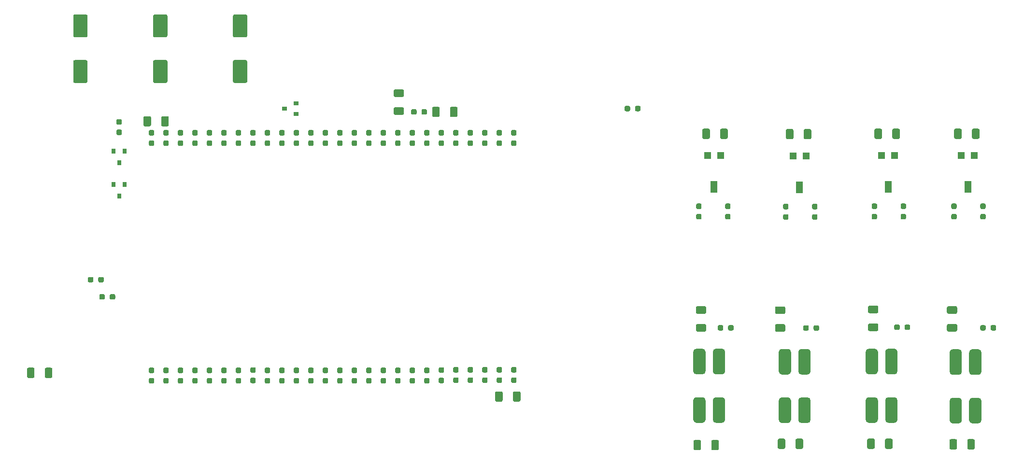
<source format=gtp>
G04 #@! TF.GenerationSoftware,KiCad,Pcbnew,(5.1.9)-1*
G04 #@! TF.CreationDate,2021-06-14T16:42:46+02:00*
G04 #@! TF.ProjectId,Test,54657374-2e6b-4696-9361-645f70636258,rev?*
G04 #@! TF.SameCoordinates,Original*
G04 #@! TF.FileFunction,Paste,Top*
G04 #@! TF.FilePolarity,Positive*
%FSLAX46Y46*%
G04 Gerber Fmt 4.6, Leading zero omitted, Abs format (unit mm)*
G04 Created by KiCad (PCBNEW (5.1.9)-1) date 2021-06-14 16:42:46*
%MOMM*%
%LPD*%
G01*
G04 APERTURE LIST*
%ADD10R,1.300000X1.300000*%
%ADD11R,1.300000X2.000000*%
%ADD12R,0.900000X0.800000*%
%ADD13R,0.800000X0.900000*%
G04 APERTURE END LIST*
G36*
G01*
X147939500Y-59576000D02*
X148414500Y-59576000D01*
G75*
G02*
X148652000Y-59813500I0J-237500D01*
G01*
X148652000Y-60313500D01*
G75*
G02*
X148414500Y-60551000I-237500J0D01*
G01*
X147939500Y-60551000D01*
G75*
G02*
X147702000Y-60313500I0J237500D01*
G01*
X147702000Y-59813500D01*
G75*
G02*
X147939500Y-59576000I237500J0D01*
G01*
G37*
G36*
G01*
X147939500Y-57751000D02*
X148414500Y-57751000D01*
G75*
G02*
X148652000Y-57988500I0J-237500D01*
G01*
X148652000Y-58488500D01*
G75*
G02*
X148414500Y-58726000I-237500J0D01*
G01*
X147939500Y-58726000D01*
G75*
G02*
X147702000Y-58488500I0J237500D01*
G01*
X147702000Y-57988500D01*
G75*
G02*
X147939500Y-57751000I237500J0D01*
G01*
G37*
G36*
G01*
X145399500Y-59576000D02*
X145874500Y-59576000D01*
G75*
G02*
X146112000Y-59813500I0J-237500D01*
G01*
X146112000Y-60313500D01*
G75*
G02*
X145874500Y-60551000I-237500J0D01*
G01*
X145399500Y-60551000D01*
G75*
G02*
X145162000Y-60313500I0J237500D01*
G01*
X145162000Y-59813500D01*
G75*
G02*
X145399500Y-59576000I237500J0D01*
G01*
G37*
G36*
G01*
X145399500Y-57751000D02*
X145874500Y-57751000D01*
G75*
G02*
X146112000Y-57988500I0J-237500D01*
G01*
X146112000Y-58488500D01*
G75*
G02*
X145874500Y-58726000I-237500J0D01*
G01*
X145399500Y-58726000D01*
G75*
G02*
X145162000Y-58488500I0J237500D01*
G01*
X145162000Y-57988500D01*
G75*
G02*
X145399500Y-57751000I237500J0D01*
G01*
G37*
G36*
G01*
X142859500Y-59576000D02*
X143334500Y-59576000D01*
G75*
G02*
X143572000Y-59813500I0J-237500D01*
G01*
X143572000Y-60313500D01*
G75*
G02*
X143334500Y-60551000I-237500J0D01*
G01*
X142859500Y-60551000D01*
G75*
G02*
X142622000Y-60313500I0J237500D01*
G01*
X142622000Y-59813500D01*
G75*
G02*
X142859500Y-59576000I237500J0D01*
G01*
G37*
G36*
G01*
X142859500Y-57751000D02*
X143334500Y-57751000D01*
G75*
G02*
X143572000Y-57988500I0J-237500D01*
G01*
X143572000Y-58488500D01*
G75*
G02*
X143334500Y-58726000I-237500J0D01*
G01*
X142859500Y-58726000D01*
G75*
G02*
X142622000Y-58488500I0J237500D01*
G01*
X142622000Y-57988500D01*
G75*
G02*
X142859500Y-57751000I237500J0D01*
G01*
G37*
G36*
G01*
X140319500Y-59576000D02*
X140794500Y-59576000D01*
G75*
G02*
X141032000Y-59813500I0J-237500D01*
G01*
X141032000Y-60313500D01*
G75*
G02*
X140794500Y-60551000I-237500J0D01*
G01*
X140319500Y-60551000D01*
G75*
G02*
X140082000Y-60313500I0J237500D01*
G01*
X140082000Y-59813500D01*
G75*
G02*
X140319500Y-59576000I237500J0D01*
G01*
G37*
G36*
G01*
X140319500Y-57751000D02*
X140794500Y-57751000D01*
G75*
G02*
X141032000Y-57988500I0J-237500D01*
G01*
X141032000Y-58488500D01*
G75*
G02*
X140794500Y-58726000I-237500J0D01*
G01*
X140319500Y-58726000D01*
G75*
G02*
X140082000Y-58488500I0J237500D01*
G01*
X140082000Y-57988500D01*
G75*
G02*
X140319500Y-57751000I237500J0D01*
G01*
G37*
G36*
G01*
X137779500Y-59576000D02*
X138254500Y-59576000D01*
G75*
G02*
X138492000Y-59813500I0J-237500D01*
G01*
X138492000Y-60313500D01*
G75*
G02*
X138254500Y-60551000I-237500J0D01*
G01*
X137779500Y-60551000D01*
G75*
G02*
X137542000Y-60313500I0J237500D01*
G01*
X137542000Y-59813500D01*
G75*
G02*
X137779500Y-59576000I237500J0D01*
G01*
G37*
G36*
G01*
X137779500Y-57751000D02*
X138254500Y-57751000D01*
G75*
G02*
X138492000Y-57988500I0J-237500D01*
G01*
X138492000Y-58488500D01*
G75*
G02*
X138254500Y-58726000I-237500J0D01*
G01*
X137779500Y-58726000D01*
G75*
G02*
X137542000Y-58488500I0J237500D01*
G01*
X137542000Y-57988500D01*
G75*
G02*
X137779500Y-57751000I237500J0D01*
G01*
G37*
G36*
G01*
X135239500Y-59576000D02*
X135714500Y-59576000D01*
G75*
G02*
X135952000Y-59813500I0J-237500D01*
G01*
X135952000Y-60313500D01*
G75*
G02*
X135714500Y-60551000I-237500J0D01*
G01*
X135239500Y-60551000D01*
G75*
G02*
X135002000Y-60313500I0J237500D01*
G01*
X135002000Y-59813500D01*
G75*
G02*
X135239500Y-59576000I237500J0D01*
G01*
G37*
G36*
G01*
X135239500Y-57751000D02*
X135714500Y-57751000D01*
G75*
G02*
X135952000Y-57988500I0J-237500D01*
G01*
X135952000Y-58488500D01*
G75*
G02*
X135714500Y-58726000I-237500J0D01*
G01*
X135239500Y-58726000D01*
G75*
G02*
X135002000Y-58488500I0J237500D01*
G01*
X135002000Y-57988500D01*
G75*
G02*
X135239500Y-57751000I237500J0D01*
G01*
G37*
G36*
G01*
X132699500Y-59576000D02*
X133174500Y-59576000D01*
G75*
G02*
X133412000Y-59813500I0J-237500D01*
G01*
X133412000Y-60313500D01*
G75*
G02*
X133174500Y-60551000I-237500J0D01*
G01*
X132699500Y-60551000D01*
G75*
G02*
X132462000Y-60313500I0J237500D01*
G01*
X132462000Y-59813500D01*
G75*
G02*
X132699500Y-59576000I237500J0D01*
G01*
G37*
G36*
G01*
X132699500Y-57751000D02*
X133174500Y-57751000D01*
G75*
G02*
X133412000Y-57988500I0J-237500D01*
G01*
X133412000Y-58488500D01*
G75*
G02*
X133174500Y-58726000I-237500J0D01*
G01*
X132699500Y-58726000D01*
G75*
G02*
X132462000Y-58488500I0J237500D01*
G01*
X132462000Y-57988500D01*
G75*
G02*
X132699500Y-57751000I237500J0D01*
G01*
G37*
G36*
G01*
X130159500Y-59576000D02*
X130634500Y-59576000D01*
G75*
G02*
X130872000Y-59813500I0J-237500D01*
G01*
X130872000Y-60313500D01*
G75*
G02*
X130634500Y-60551000I-237500J0D01*
G01*
X130159500Y-60551000D01*
G75*
G02*
X129922000Y-60313500I0J237500D01*
G01*
X129922000Y-59813500D01*
G75*
G02*
X130159500Y-59576000I237500J0D01*
G01*
G37*
G36*
G01*
X130159500Y-57751000D02*
X130634500Y-57751000D01*
G75*
G02*
X130872000Y-57988500I0J-237500D01*
G01*
X130872000Y-58488500D01*
G75*
G02*
X130634500Y-58726000I-237500J0D01*
G01*
X130159500Y-58726000D01*
G75*
G02*
X129922000Y-58488500I0J237500D01*
G01*
X129922000Y-57988500D01*
G75*
G02*
X130159500Y-57751000I237500J0D01*
G01*
G37*
G36*
G01*
X127619500Y-59576000D02*
X128094500Y-59576000D01*
G75*
G02*
X128332000Y-59813500I0J-237500D01*
G01*
X128332000Y-60313500D01*
G75*
G02*
X128094500Y-60551000I-237500J0D01*
G01*
X127619500Y-60551000D01*
G75*
G02*
X127382000Y-60313500I0J237500D01*
G01*
X127382000Y-59813500D01*
G75*
G02*
X127619500Y-59576000I237500J0D01*
G01*
G37*
G36*
G01*
X127619500Y-57751000D02*
X128094500Y-57751000D01*
G75*
G02*
X128332000Y-57988500I0J-237500D01*
G01*
X128332000Y-58488500D01*
G75*
G02*
X128094500Y-58726000I-237500J0D01*
G01*
X127619500Y-58726000D01*
G75*
G02*
X127382000Y-58488500I0J237500D01*
G01*
X127382000Y-57988500D01*
G75*
G02*
X127619500Y-57751000I237500J0D01*
G01*
G37*
G36*
G01*
X125079500Y-59576000D02*
X125554500Y-59576000D01*
G75*
G02*
X125792000Y-59813500I0J-237500D01*
G01*
X125792000Y-60313500D01*
G75*
G02*
X125554500Y-60551000I-237500J0D01*
G01*
X125079500Y-60551000D01*
G75*
G02*
X124842000Y-60313500I0J237500D01*
G01*
X124842000Y-59813500D01*
G75*
G02*
X125079500Y-59576000I237500J0D01*
G01*
G37*
G36*
G01*
X125079500Y-57751000D02*
X125554500Y-57751000D01*
G75*
G02*
X125792000Y-57988500I0J-237500D01*
G01*
X125792000Y-58488500D01*
G75*
G02*
X125554500Y-58726000I-237500J0D01*
G01*
X125079500Y-58726000D01*
G75*
G02*
X124842000Y-58488500I0J237500D01*
G01*
X124842000Y-57988500D01*
G75*
G02*
X125079500Y-57751000I237500J0D01*
G01*
G37*
G36*
G01*
X122539500Y-59576000D02*
X123014500Y-59576000D01*
G75*
G02*
X123252000Y-59813500I0J-237500D01*
G01*
X123252000Y-60313500D01*
G75*
G02*
X123014500Y-60551000I-237500J0D01*
G01*
X122539500Y-60551000D01*
G75*
G02*
X122302000Y-60313500I0J237500D01*
G01*
X122302000Y-59813500D01*
G75*
G02*
X122539500Y-59576000I237500J0D01*
G01*
G37*
G36*
G01*
X122539500Y-57751000D02*
X123014500Y-57751000D01*
G75*
G02*
X123252000Y-57988500I0J-237500D01*
G01*
X123252000Y-58488500D01*
G75*
G02*
X123014500Y-58726000I-237500J0D01*
G01*
X122539500Y-58726000D01*
G75*
G02*
X122302000Y-58488500I0J237500D01*
G01*
X122302000Y-57988500D01*
G75*
G02*
X122539500Y-57751000I237500J0D01*
G01*
G37*
G36*
G01*
X119999500Y-59576000D02*
X120474500Y-59576000D01*
G75*
G02*
X120712000Y-59813500I0J-237500D01*
G01*
X120712000Y-60313500D01*
G75*
G02*
X120474500Y-60551000I-237500J0D01*
G01*
X119999500Y-60551000D01*
G75*
G02*
X119762000Y-60313500I0J237500D01*
G01*
X119762000Y-59813500D01*
G75*
G02*
X119999500Y-59576000I237500J0D01*
G01*
G37*
G36*
G01*
X119999500Y-57751000D02*
X120474500Y-57751000D01*
G75*
G02*
X120712000Y-57988500I0J-237500D01*
G01*
X120712000Y-58488500D01*
G75*
G02*
X120474500Y-58726000I-237500J0D01*
G01*
X119999500Y-58726000D01*
G75*
G02*
X119762000Y-58488500I0J237500D01*
G01*
X119762000Y-57988500D01*
G75*
G02*
X119999500Y-57751000I237500J0D01*
G01*
G37*
G36*
G01*
X117459500Y-59576000D02*
X117934500Y-59576000D01*
G75*
G02*
X118172000Y-59813500I0J-237500D01*
G01*
X118172000Y-60313500D01*
G75*
G02*
X117934500Y-60551000I-237500J0D01*
G01*
X117459500Y-60551000D01*
G75*
G02*
X117222000Y-60313500I0J237500D01*
G01*
X117222000Y-59813500D01*
G75*
G02*
X117459500Y-59576000I237500J0D01*
G01*
G37*
G36*
G01*
X117459500Y-57751000D02*
X117934500Y-57751000D01*
G75*
G02*
X118172000Y-57988500I0J-237500D01*
G01*
X118172000Y-58488500D01*
G75*
G02*
X117934500Y-58726000I-237500J0D01*
G01*
X117459500Y-58726000D01*
G75*
G02*
X117222000Y-58488500I0J237500D01*
G01*
X117222000Y-57988500D01*
G75*
G02*
X117459500Y-57751000I237500J0D01*
G01*
G37*
G36*
G01*
X114919500Y-59576000D02*
X115394500Y-59576000D01*
G75*
G02*
X115632000Y-59813500I0J-237500D01*
G01*
X115632000Y-60313500D01*
G75*
G02*
X115394500Y-60551000I-237500J0D01*
G01*
X114919500Y-60551000D01*
G75*
G02*
X114682000Y-60313500I0J237500D01*
G01*
X114682000Y-59813500D01*
G75*
G02*
X114919500Y-59576000I237500J0D01*
G01*
G37*
G36*
G01*
X114919500Y-57751000D02*
X115394500Y-57751000D01*
G75*
G02*
X115632000Y-57988500I0J-237500D01*
G01*
X115632000Y-58488500D01*
G75*
G02*
X115394500Y-58726000I-237500J0D01*
G01*
X114919500Y-58726000D01*
G75*
G02*
X114682000Y-58488500I0J237500D01*
G01*
X114682000Y-57988500D01*
G75*
G02*
X114919500Y-57751000I237500J0D01*
G01*
G37*
G36*
G01*
X112379500Y-59576000D02*
X112854500Y-59576000D01*
G75*
G02*
X113092000Y-59813500I0J-237500D01*
G01*
X113092000Y-60313500D01*
G75*
G02*
X112854500Y-60551000I-237500J0D01*
G01*
X112379500Y-60551000D01*
G75*
G02*
X112142000Y-60313500I0J237500D01*
G01*
X112142000Y-59813500D01*
G75*
G02*
X112379500Y-59576000I237500J0D01*
G01*
G37*
G36*
G01*
X112379500Y-57751000D02*
X112854500Y-57751000D01*
G75*
G02*
X113092000Y-57988500I0J-237500D01*
G01*
X113092000Y-58488500D01*
G75*
G02*
X112854500Y-58726000I-237500J0D01*
G01*
X112379500Y-58726000D01*
G75*
G02*
X112142000Y-58488500I0J237500D01*
G01*
X112142000Y-57988500D01*
G75*
G02*
X112379500Y-57751000I237500J0D01*
G01*
G37*
G36*
G01*
X109839500Y-59576000D02*
X110314500Y-59576000D01*
G75*
G02*
X110552000Y-59813500I0J-237500D01*
G01*
X110552000Y-60313500D01*
G75*
G02*
X110314500Y-60551000I-237500J0D01*
G01*
X109839500Y-60551000D01*
G75*
G02*
X109602000Y-60313500I0J237500D01*
G01*
X109602000Y-59813500D01*
G75*
G02*
X109839500Y-59576000I237500J0D01*
G01*
G37*
G36*
G01*
X109839500Y-57751000D02*
X110314500Y-57751000D01*
G75*
G02*
X110552000Y-57988500I0J-237500D01*
G01*
X110552000Y-58488500D01*
G75*
G02*
X110314500Y-58726000I-237500J0D01*
G01*
X109839500Y-58726000D01*
G75*
G02*
X109602000Y-58488500I0J237500D01*
G01*
X109602000Y-57988500D01*
G75*
G02*
X109839500Y-57751000I237500J0D01*
G01*
G37*
G36*
G01*
X107299500Y-59576000D02*
X107774500Y-59576000D01*
G75*
G02*
X108012000Y-59813500I0J-237500D01*
G01*
X108012000Y-60313500D01*
G75*
G02*
X107774500Y-60551000I-237500J0D01*
G01*
X107299500Y-60551000D01*
G75*
G02*
X107062000Y-60313500I0J237500D01*
G01*
X107062000Y-59813500D01*
G75*
G02*
X107299500Y-59576000I237500J0D01*
G01*
G37*
G36*
G01*
X107299500Y-57751000D02*
X107774500Y-57751000D01*
G75*
G02*
X108012000Y-57988500I0J-237500D01*
G01*
X108012000Y-58488500D01*
G75*
G02*
X107774500Y-58726000I-237500J0D01*
G01*
X107299500Y-58726000D01*
G75*
G02*
X107062000Y-58488500I0J237500D01*
G01*
X107062000Y-57988500D01*
G75*
G02*
X107299500Y-57751000I237500J0D01*
G01*
G37*
G36*
G01*
X104759500Y-59576000D02*
X105234500Y-59576000D01*
G75*
G02*
X105472000Y-59813500I0J-237500D01*
G01*
X105472000Y-60313500D01*
G75*
G02*
X105234500Y-60551000I-237500J0D01*
G01*
X104759500Y-60551000D01*
G75*
G02*
X104522000Y-60313500I0J237500D01*
G01*
X104522000Y-59813500D01*
G75*
G02*
X104759500Y-59576000I237500J0D01*
G01*
G37*
G36*
G01*
X104759500Y-57751000D02*
X105234500Y-57751000D01*
G75*
G02*
X105472000Y-57988500I0J-237500D01*
G01*
X105472000Y-58488500D01*
G75*
G02*
X105234500Y-58726000I-237500J0D01*
G01*
X104759500Y-58726000D01*
G75*
G02*
X104522000Y-58488500I0J237500D01*
G01*
X104522000Y-57988500D01*
G75*
G02*
X104759500Y-57751000I237500J0D01*
G01*
G37*
G36*
G01*
X102219500Y-59576000D02*
X102694500Y-59576000D01*
G75*
G02*
X102932000Y-59813500I0J-237500D01*
G01*
X102932000Y-60313500D01*
G75*
G02*
X102694500Y-60551000I-237500J0D01*
G01*
X102219500Y-60551000D01*
G75*
G02*
X101982000Y-60313500I0J237500D01*
G01*
X101982000Y-59813500D01*
G75*
G02*
X102219500Y-59576000I237500J0D01*
G01*
G37*
G36*
G01*
X102219500Y-57751000D02*
X102694500Y-57751000D01*
G75*
G02*
X102932000Y-57988500I0J-237500D01*
G01*
X102932000Y-58488500D01*
G75*
G02*
X102694500Y-58726000I-237500J0D01*
G01*
X102219500Y-58726000D01*
G75*
G02*
X101982000Y-58488500I0J237500D01*
G01*
X101982000Y-57988500D01*
G75*
G02*
X102219500Y-57751000I237500J0D01*
G01*
G37*
G36*
G01*
X99679500Y-59576000D02*
X100154500Y-59576000D01*
G75*
G02*
X100392000Y-59813500I0J-237500D01*
G01*
X100392000Y-60313500D01*
G75*
G02*
X100154500Y-60551000I-237500J0D01*
G01*
X99679500Y-60551000D01*
G75*
G02*
X99442000Y-60313500I0J237500D01*
G01*
X99442000Y-59813500D01*
G75*
G02*
X99679500Y-59576000I237500J0D01*
G01*
G37*
G36*
G01*
X99679500Y-57751000D02*
X100154500Y-57751000D01*
G75*
G02*
X100392000Y-57988500I0J-237500D01*
G01*
X100392000Y-58488500D01*
G75*
G02*
X100154500Y-58726000I-237500J0D01*
G01*
X99679500Y-58726000D01*
G75*
G02*
X99442000Y-58488500I0J237500D01*
G01*
X99442000Y-57988500D01*
G75*
G02*
X99679500Y-57751000I237500J0D01*
G01*
G37*
G36*
G01*
X97139500Y-59576000D02*
X97614500Y-59576000D01*
G75*
G02*
X97852000Y-59813500I0J-237500D01*
G01*
X97852000Y-60313500D01*
G75*
G02*
X97614500Y-60551000I-237500J0D01*
G01*
X97139500Y-60551000D01*
G75*
G02*
X96902000Y-60313500I0J237500D01*
G01*
X96902000Y-59813500D01*
G75*
G02*
X97139500Y-59576000I237500J0D01*
G01*
G37*
G36*
G01*
X97139500Y-57751000D02*
X97614500Y-57751000D01*
G75*
G02*
X97852000Y-57988500I0J-237500D01*
G01*
X97852000Y-58488500D01*
G75*
G02*
X97614500Y-58726000I-237500J0D01*
G01*
X97139500Y-58726000D01*
G75*
G02*
X96902000Y-58488500I0J237500D01*
G01*
X96902000Y-57988500D01*
G75*
G02*
X97139500Y-57751000I237500J0D01*
G01*
G37*
G36*
G01*
X94599500Y-59576000D02*
X95074500Y-59576000D01*
G75*
G02*
X95312000Y-59813500I0J-237500D01*
G01*
X95312000Y-60313500D01*
G75*
G02*
X95074500Y-60551000I-237500J0D01*
G01*
X94599500Y-60551000D01*
G75*
G02*
X94362000Y-60313500I0J237500D01*
G01*
X94362000Y-59813500D01*
G75*
G02*
X94599500Y-59576000I237500J0D01*
G01*
G37*
G36*
G01*
X94599500Y-57751000D02*
X95074500Y-57751000D01*
G75*
G02*
X95312000Y-57988500I0J-237500D01*
G01*
X95312000Y-58488500D01*
G75*
G02*
X95074500Y-58726000I-237500J0D01*
G01*
X94599500Y-58726000D01*
G75*
G02*
X94362000Y-58488500I0J237500D01*
G01*
X94362000Y-57988500D01*
G75*
G02*
X94599500Y-57751000I237500J0D01*
G01*
G37*
G36*
G01*
X92059500Y-59576000D02*
X92534500Y-59576000D01*
G75*
G02*
X92772000Y-59813500I0J-237500D01*
G01*
X92772000Y-60313500D01*
G75*
G02*
X92534500Y-60551000I-237500J0D01*
G01*
X92059500Y-60551000D01*
G75*
G02*
X91822000Y-60313500I0J237500D01*
G01*
X91822000Y-59813500D01*
G75*
G02*
X92059500Y-59576000I237500J0D01*
G01*
G37*
G36*
G01*
X92059500Y-57751000D02*
X92534500Y-57751000D01*
G75*
G02*
X92772000Y-57988500I0J-237500D01*
G01*
X92772000Y-58488500D01*
G75*
G02*
X92534500Y-58726000I-237500J0D01*
G01*
X92059500Y-58726000D01*
G75*
G02*
X91822000Y-58488500I0J237500D01*
G01*
X91822000Y-57988500D01*
G75*
G02*
X92059500Y-57751000I237500J0D01*
G01*
G37*
G36*
G01*
X89519500Y-59576000D02*
X89994500Y-59576000D01*
G75*
G02*
X90232000Y-59813500I0J-237500D01*
G01*
X90232000Y-60313500D01*
G75*
G02*
X89994500Y-60551000I-237500J0D01*
G01*
X89519500Y-60551000D01*
G75*
G02*
X89282000Y-60313500I0J237500D01*
G01*
X89282000Y-59813500D01*
G75*
G02*
X89519500Y-59576000I237500J0D01*
G01*
G37*
G36*
G01*
X89519500Y-57751000D02*
X89994500Y-57751000D01*
G75*
G02*
X90232000Y-57988500I0J-237500D01*
G01*
X90232000Y-58488500D01*
G75*
G02*
X89994500Y-58726000I-237500J0D01*
G01*
X89519500Y-58726000D01*
G75*
G02*
X89282000Y-58488500I0J237500D01*
G01*
X89282000Y-57988500D01*
G75*
G02*
X89519500Y-57751000I237500J0D01*
G01*
G37*
G36*
G01*
X86979500Y-59576000D02*
X87454500Y-59576000D01*
G75*
G02*
X87692000Y-59813500I0J-237500D01*
G01*
X87692000Y-60313500D01*
G75*
G02*
X87454500Y-60551000I-237500J0D01*
G01*
X86979500Y-60551000D01*
G75*
G02*
X86742000Y-60313500I0J237500D01*
G01*
X86742000Y-59813500D01*
G75*
G02*
X86979500Y-59576000I237500J0D01*
G01*
G37*
G36*
G01*
X86979500Y-57751000D02*
X87454500Y-57751000D01*
G75*
G02*
X87692000Y-57988500I0J-237500D01*
G01*
X87692000Y-58488500D01*
G75*
G02*
X87454500Y-58726000I-237500J0D01*
G01*
X86979500Y-58726000D01*
G75*
G02*
X86742000Y-58488500I0J237500D01*
G01*
X86742000Y-57988500D01*
G75*
G02*
X86979500Y-57751000I237500J0D01*
G01*
G37*
G36*
G01*
X84439500Y-59576000D02*
X84914500Y-59576000D01*
G75*
G02*
X85152000Y-59813500I0J-237500D01*
G01*
X85152000Y-60313500D01*
G75*
G02*
X84914500Y-60551000I-237500J0D01*
G01*
X84439500Y-60551000D01*
G75*
G02*
X84202000Y-60313500I0J237500D01*
G01*
X84202000Y-59813500D01*
G75*
G02*
X84439500Y-59576000I237500J0D01*
G01*
G37*
G36*
G01*
X84439500Y-57751000D02*
X84914500Y-57751000D01*
G75*
G02*
X85152000Y-57988500I0J-237500D01*
G01*
X85152000Y-58488500D01*
G75*
G02*
X84914500Y-58726000I-237500J0D01*
G01*
X84439500Y-58726000D01*
G75*
G02*
X84202000Y-58488500I0J237500D01*
G01*
X84202000Y-57988500D01*
G75*
G02*
X84439500Y-57751000I237500J0D01*
G01*
G37*
G36*
G01*
X147939500Y-101131500D02*
X148414500Y-101131500D01*
G75*
G02*
X148652000Y-101369000I0J-237500D01*
G01*
X148652000Y-101869000D01*
G75*
G02*
X148414500Y-102106500I-237500J0D01*
G01*
X147939500Y-102106500D01*
G75*
G02*
X147702000Y-101869000I0J237500D01*
G01*
X147702000Y-101369000D01*
G75*
G02*
X147939500Y-101131500I237500J0D01*
G01*
G37*
G36*
G01*
X147939500Y-99306500D02*
X148414500Y-99306500D01*
G75*
G02*
X148652000Y-99544000I0J-237500D01*
G01*
X148652000Y-100044000D01*
G75*
G02*
X148414500Y-100281500I-237500J0D01*
G01*
X147939500Y-100281500D01*
G75*
G02*
X147702000Y-100044000I0J237500D01*
G01*
X147702000Y-99544000D01*
G75*
G02*
X147939500Y-99306500I237500J0D01*
G01*
G37*
G36*
G01*
X145399500Y-101131500D02*
X145874500Y-101131500D01*
G75*
G02*
X146112000Y-101369000I0J-237500D01*
G01*
X146112000Y-101869000D01*
G75*
G02*
X145874500Y-102106500I-237500J0D01*
G01*
X145399500Y-102106500D01*
G75*
G02*
X145162000Y-101869000I0J237500D01*
G01*
X145162000Y-101369000D01*
G75*
G02*
X145399500Y-101131500I237500J0D01*
G01*
G37*
G36*
G01*
X145399500Y-99306500D02*
X145874500Y-99306500D01*
G75*
G02*
X146112000Y-99544000I0J-237500D01*
G01*
X146112000Y-100044000D01*
G75*
G02*
X145874500Y-100281500I-237500J0D01*
G01*
X145399500Y-100281500D01*
G75*
G02*
X145162000Y-100044000I0J237500D01*
G01*
X145162000Y-99544000D01*
G75*
G02*
X145399500Y-99306500I237500J0D01*
G01*
G37*
G36*
G01*
X142859500Y-101131500D02*
X143334500Y-101131500D01*
G75*
G02*
X143572000Y-101369000I0J-237500D01*
G01*
X143572000Y-101869000D01*
G75*
G02*
X143334500Y-102106500I-237500J0D01*
G01*
X142859500Y-102106500D01*
G75*
G02*
X142622000Y-101869000I0J237500D01*
G01*
X142622000Y-101369000D01*
G75*
G02*
X142859500Y-101131500I237500J0D01*
G01*
G37*
G36*
G01*
X142859500Y-99306500D02*
X143334500Y-99306500D01*
G75*
G02*
X143572000Y-99544000I0J-237500D01*
G01*
X143572000Y-100044000D01*
G75*
G02*
X143334500Y-100281500I-237500J0D01*
G01*
X142859500Y-100281500D01*
G75*
G02*
X142622000Y-100044000I0J237500D01*
G01*
X142622000Y-99544000D01*
G75*
G02*
X142859500Y-99306500I237500J0D01*
G01*
G37*
G36*
G01*
X140319500Y-101131500D02*
X140794500Y-101131500D01*
G75*
G02*
X141032000Y-101369000I0J-237500D01*
G01*
X141032000Y-101869000D01*
G75*
G02*
X140794500Y-102106500I-237500J0D01*
G01*
X140319500Y-102106500D01*
G75*
G02*
X140082000Y-101869000I0J237500D01*
G01*
X140082000Y-101369000D01*
G75*
G02*
X140319500Y-101131500I237500J0D01*
G01*
G37*
G36*
G01*
X140319500Y-99306500D02*
X140794500Y-99306500D01*
G75*
G02*
X141032000Y-99544000I0J-237500D01*
G01*
X141032000Y-100044000D01*
G75*
G02*
X140794500Y-100281500I-237500J0D01*
G01*
X140319500Y-100281500D01*
G75*
G02*
X140082000Y-100044000I0J237500D01*
G01*
X140082000Y-99544000D01*
G75*
G02*
X140319500Y-99306500I237500J0D01*
G01*
G37*
G36*
G01*
X137779500Y-101131500D02*
X138254500Y-101131500D01*
G75*
G02*
X138492000Y-101369000I0J-237500D01*
G01*
X138492000Y-101869000D01*
G75*
G02*
X138254500Y-102106500I-237500J0D01*
G01*
X137779500Y-102106500D01*
G75*
G02*
X137542000Y-101869000I0J237500D01*
G01*
X137542000Y-101369000D01*
G75*
G02*
X137779500Y-101131500I237500J0D01*
G01*
G37*
G36*
G01*
X137779500Y-99306500D02*
X138254500Y-99306500D01*
G75*
G02*
X138492000Y-99544000I0J-237500D01*
G01*
X138492000Y-100044000D01*
G75*
G02*
X138254500Y-100281500I-237500J0D01*
G01*
X137779500Y-100281500D01*
G75*
G02*
X137542000Y-100044000I0J237500D01*
G01*
X137542000Y-99544000D01*
G75*
G02*
X137779500Y-99306500I237500J0D01*
G01*
G37*
G36*
G01*
X135239500Y-101179000D02*
X135714500Y-101179000D01*
G75*
G02*
X135952000Y-101416500I0J-237500D01*
G01*
X135952000Y-101916500D01*
G75*
G02*
X135714500Y-102154000I-237500J0D01*
G01*
X135239500Y-102154000D01*
G75*
G02*
X135002000Y-101916500I0J237500D01*
G01*
X135002000Y-101416500D01*
G75*
G02*
X135239500Y-101179000I237500J0D01*
G01*
G37*
G36*
G01*
X135239500Y-99354000D02*
X135714500Y-99354000D01*
G75*
G02*
X135952000Y-99591500I0J-237500D01*
G01*
X135952000Y-100091500D01*
G75*
G02*
X135714500Y-100329000I-237500J0D01*
G01*
X135239500Y-100329000D01*
G75*
G02*
X135002000Y-100091500I0J237500D01*
G01*
X135002000Y-99591500D01*
G75*
G02*
X135239500Y-99354000I237500J0D01*
G01*
G37*
G36*
G01*
X132699500Y-101232000D02*
X133174500Y-101232000D01*
G75*
G02*
X133412000Y-101469500I0J-237500D01*
G01*
X133412000Y-101969500D01*
G75*
G02*
X133174500Y-102207000I-237500J0D01*
G01*
X132699500Y-102207000D01*
G75*
G02*
X132462000Y-101969500I0J237500D01*
G01*
X132462000Y-101469500D01*
G75*
G02*
X132699500Y-101232000I237500J0D01*
G01*
G37*
G36*
G01*
X132699500Y-99407000D02*
X133174500Y-99407000D01*
G75*
G02*
X133412000Y-99644500I0J-237500D01*
G01*
X133412000Y-100144500D01*
G75*
G02*
X133174500Y-100382000I-237500J0D01*
G01*
X132699500Y-100382000D01*
G75*
G02*
X132462000Y-100144500I0J237500D01*
G01*
X132462000Y-99644500D01*
G75*
G02*
X132699500Y-99407000I237500J0D01*
G01*
G37*
G36*
G01*
X130159500Y-101232000D02*
X130634500Y-101232000D01*
G75*
G02*
X130872000Y-101469500I0J-237500D01*
G01*
X130872000Y-101969500D01*
G75*
G02*
X130634500Y-102207000I-237500J0D01*
G01*
X130159500Y-102207000D01*
G75*
G02*
X129922000Y-101969500I0J237500D01*
G01*
X129922000Y-101469500D01*
G75*
G02*
X130159500Y-101232000I237500J0D01*
G01*
G37*
G36*
G01*
X130159500Y-99407000D02*
X130634500Y-99407000D01*
G75*
G02*
X130872000Y-99644500I0J-237500D01*
G01*
X130872000Y-100144500D01*
G75*
G02*
X130634500Y-100382000I-237500J0D01*
G01*
X130159500Y-100382000D01*
G75*
G02*
X129922000Y-100144500I0J237500D01*
G01*
X129922000Y-99644500D01*
G75*
G02*
X130159500Y-99407000I237500J0D01*
G01*
G37*
G36*
G01*
X127619500Y-101232000D02*
X128094500Y-101232000D01*
G75*
G02*
X128332000Y-101469500I0J-237500D01*
G01*
X128332000Y-101969500D01*
G75*
G02*
X128094500Y-102207000I-237500J0D01*
G01*
X127619500Y-102207000D01*
G75*
G02*
X127382000Y-101969500I0J237500D01*
G01*
X127382000Y-101469500D01*
G75*
G02*
X127619500Y-101232000I237500J0D01*
G01*
G37*
G36*
G01*
X127619500Y-99407000D02*
X128094500Y-99407000D01*
G75*
G02*
X128332000Y-99644500I0J-237500D01*
G01*
X128332000Y-100144500D01*
G75*
G02*
X128094500Y-100382000I-237500J0D01*
G01*
X127619500Y-100382000D01*
G75*
G02*
X127382000Y-100144500I0J237500D01*
G01*
X127382000Y-99644500D01*
G75*
G02*
X127619500Y-99407000I237500J0D01*
G01*
G37*
G36*
G01*
X125079500Y-101232000D02*
X125554500Y-101232000D01*
G75*
G02*
X125792000Y-101469500I0J-237500D01*
G01*
X125792000Y-101969500D01*
G75*
G02*
X125554500Y-102207000I-237500J0D01*
G01*
X125079500Y-102207000D01*
G75*
G02*
X124842000Y-101969500I0J237500D01*
G01*
X124842000Y-101469500D01*
G75*
G02*
X125079500Y-101232000I237500J0D01*
G01*
G37*
G36*
G01*
X125079500Y-99407000D02*
X125554500Y-99407000D01*
G75*
G02*
X125792000Y-99644500I0J-237500D01*
G01*
X125792000Y-100144500D01*
G75*
G02*
X125554500Y-100382000I-237500J0D01*
G01*
X125079500Y-100382000D01*
G75*
G02*
X124842000Y-100144500I0J237500D01*
G01*
X124842000Y-99644500D01*
G75*
G02*
X125079500Y-99407000I237500J0D01*
G01*
G37*
G36*
G01*
X122539500Y-101232000D02*
X123014500Y-101232000D01*
G75*
G02*
X123252000Y-101469500I0J-237500D01*
G01*
X123252000Y-101969500D01*
G75*
G02*
X123014500Y-102207000I-237500J0D01*
G01*
X122539500Y-102207000D01*
G75*
G02*
X122302000Y-101969500I0J237500D01*
G01*
X122302000Y-101469500D01*
G75*
G02*
X122539500Y-101232000I237500J0D01*
G01*
G37*
G36*
G01*
X122539500Y-99407000D02*
X123014500Y-99407000D01*
G75*
G02*
X123252000Y-99644500I0J-237500D01*
G01*
X123252000Y-100144500D01*
G75*
G02*
X123014500Y-100382000I-237500J0D01*
G01*
X122539500Y-100382000D01*
G75*
G02*
X122302000Y-100144500I0J237500D01*
G01*
X122302000Y-99644500D01*
G75*
G02*
X122539500Y-99407000I237500J0D01*
G01*
G37*
G36*
G01*
X119999500Y-101232000D02*
X120474500Y-101232000D01*
G75*
G02*
X120712000Y-101469500I0J-237500D01*
G01*
X120712000Y-101969500D01*
G75*
G02*
X120474500Y-102207000I-237500J0D01*
G01*
X119999500Y-102207000D01*
G75*
G02*
X119762000Y-101969500I0J237500D01*
G01*
X119762000Y-101469500D01*
G75*
G02*
X119999500Y-101232000I237500J0D01*
G01*
G37*
G36*
G01*
X119999500Y-99407000D02*
X120474500Y-99407000D01*
G75*
G02*
X120712000Y-99644500I0J-237500D01*
G01*
X120712000Y-100144500D01*
G75*
G02*
X120474500Y-100382000I-237500J0D01*
G01*
X119999500Y-100382000D01*
G75*
G02*
X119762000Y-100144500I0J237500D01*
G01*
X119762000Y-99644500D01*
G75*
G02*
X119999500Y-99407000I237500J0D01*
G01*
G37*
G36*
G01*
X117459500Y-101232000D02*
X117934500Y-101232000D01*
G75*
G02*
X118172000Y-101469500I0J-237500D01*
G01*
X118172000Y-101969500D01*
G75*
G02*
X117934500Y-102207000I-237500J0D01*
G01*
X117459500Y-102207000D01*
G75*
G02*
X117222000Y-101969500I0J237500D01*
G01*
X117222000Y-101469500D01*
G75*
G02*
X117459500Y-101232000I237500J0D01*
G01*
G37*
G36*
G01*
X117459500Y-99407000D02*
X117934500Y-99407000D01*
G75*
G02*
X118172000Y-99644500I0J-237500D01*
G01*
X118172000Y-100144500D01*
G75*
G02*
X117934500Y-100382000I-237500J0D01*
G01*
X117459500Y-100382000D01*
G75*
G02*
X117222000Y-100144500I0J237500D01*
G01*
X117222000Y-99644500D01*
G75*
G02*
X117459500Y-99407000I237500J0D01*
G01*
G37*
G36*
G01*
X114919500Y-101232000D02*
X115394500Y-101232000D01*
G75*
G02*
X115632000Y-101469500I0J-237500D01*
G01*
X115632000Y-101969500D01*
G75*
G02*
X115394500Y-102207000I-237500J0D01*
G01*
X114919500Y-102207000D01*
G75*
G02*
X114682000Y-101969500I0J237500D01*
G01*
X114682000Y-101469500D01*
G75*
G02*
X114919500Y-101232000I237500J0D01*
G01*
G37*
G36*
G01*
X114919500Y-99407000D02*
X115394500Y-99407000D01*
G75*
G02*
X115632000Y-99644500I0J-237500D01*
G01*
X115632000Y-100144500D01*
G75*
G02*
X115394500Y-100382000I-237500J0D01*
G01*
X114919500Y-100382000D01*
G75*
G02*
X114682000Y-100144500I0J237500D01*
G01*
X114682000Y-99644500D01*
G75*
G02*
X114919500Y-99407000I237500J0D01*
G01*
G37*
G36*
G01*
X112379500Y-101232000D02*
X112854500Y-101232000D01*
G75*
G02*
X113092000Y-101469500I0J-237500D01*
G01*
X113092000Y-101969500D01*
G75*
G02*
X112854500Y-102207000I-237500J0D01*
G01*
X112379500Y-102207000D01*
G75*
G02*
X112142000Y-101969500I0J237500D01*
G01*
X112142000Y-101469500D01*
G75*
G02*
X112379500Y-101232000I237500J0D01*
G01*
G37*
G36*
G01*
X112379500Y-99407000D02*
X112854500Y-99407000D01*
G75*
G02*
X113092000Y-99644500I0J-237500D01*
G01*
X113092000Y-100144500D01*
G75*
G02*
X112854500Y-100382000I-237500J0D01*
G01*
X112379500Y-100382000D01*
G75*
G02*
X112142000Y-100144500I0J237500D01*
G01*
X112142000Y-99644500D01*
G75*
G02*
X112379500Y-99407000I237500J0D01*
G01*
G37*
G36*
G01*
X109839500Y-101232000D02*
X110314500Y-101232000D01*
G75*
G02*
X110552000Y-101469500I0J-237500D01*
G01*
X110552000Y-101969500D01*
G75*
G02*
X110314500Y-102207000I-237500J0D01*
G01*
X109839500Y-102207000D01*
G75*
G02*
X109602000Y-101969500I0J237500D01*
G01*
X109602000Y-101469500D01*
G75*
G02*
X109839500Y-101232000I237500J0D01*
G01*
G37*
G36*
G01*
X109839500Y-99407000D02*
X110314500Y-99407000D01*
G75*
G02*
X110552000Y-99644500I0J-237500D01*
G01*
X110552000Y-100144500D01*
G75*
G02*
X110314500Y-100382000I-237500J0D01*
G01*
X109839500Y-100382000D01*
G75*
G02*
X109602000Y-100144500I0J237500D01*
G01*
X109602000Y-99644500D01*
G75*
G02*
X109839500Y-99407000I237500J0D01*
G01*
G37*
G36*
G01*
X107299500Y-101232000D02*
X107774500Y-101232000D01*
G75*
G02*
X108012000Y-101469500I0J-237500D01*
G01*
X108012000Y-101969500D01*
G75*
G02*
X107774500Y-102207000I-237500J0D01*
G01*
X107299500Y-102207000D01*
G75*
G02*
X107062000Y-101969500I0J237500D01*
G01*
X107062000Y-101469500D01*
G75*
G02*
X107299500Y-101232000I237500J0D01*
G01*
G37*
G36*
G01*
X107299500Y-99407000D02*
X107774500Y-99407000D01*
G75*
G02*
X108012000Y-99644500I0J-237500D01*
G01*
X108012000Y-100144500D01*
G75*
G02*
X107774500Y-100382000I-237500J0D01*
G01*
X107299500Y-100382000D01*
G75*
G02*
X107062000Y-100144500I0J237500D01*
G01*
X107062000Y-99644500D01*
G75*
G02*
X107299500Y-99407000I237500J0D01*
G01*
G37*
G36*
G01*
X104759500Y-101232000D02*
X105234500Y-101232000D01*
G75*
G02*
X105472000Y-101469500I0J-237500D01*
G01*
X105472000Y-101969500D01*
G75*
G02*
X105234500Y-102207000I-237500J0D01*
G01*
X104759500Y-102207000D01*
G75*
G02*
X104522000Y-101969500I0J237500D01*
G01*
X104522000Y-101469500D01*
G75*
G02*
X104759500Y-101232000I237500J0D01*
G01*
G37*
G36*
G01*
X104759500Y-99407000D02*
X105234500Y-99407000D01*
G75*
G02*
X105472000Y-99644500I0J-237500D01*
G01*
X105472000Y-100144500D01*
G75*
G02*
X105234500Y-100382000I-237500J0D01*
G01*
X104759500Y-100382000D01*
G75*
G02*
X104522000Y-100144500I0J237500D01*
G01*
X104522000Y-99644500D01*
G75*
G02*
X104759500Y-99407000I237500J0D01*
G01*
G37*
G36*
G01*
X102219500Y-101179000D02*
X102694500Y-101179000D01*
G75*
G02*
X102932000Y-101416500I0J-237500D01*
G01*
X102932000Y-101916500D01*
G75*
G02*
X102694500Y-102154000I-237500J0D01*
G01*
X102219500Y-102154000D01*
G75*
G02*
X101982000Y-101916500I0J237500D01*
G01*
X101982000Y-101416500D01*
G75*
G02*
X102219500Y-101179000I237500J0D01*
G01*
G37*
G36*
G01*
X102219500Y-99354000D02*
X102694500Y-99354000D01*
G75*
G02*
X102932000Y-99591500I0J-237500D01*
G01*
X102932000Y-100091500D01*
G75*
G02*
X102694500Y-100329000I-237500J0D01*
G01*
X102219500Y-100329000D01*
G75*
G02*
X101982000Y-100091500I0J237500D01*
G01*
X101982000Y-99591500D01*
G75*
G02*
X102219500Y-99354000I237500J0D01*
G01*
G37*
G36*
G01*
X99679500Y-101232000D02*
X100154500Y-101232000D01*
G75*
G02*
X100392000Y-101469500I0J-237500D01*
G01*
X100392000Y-101969500D01*
G75*
G02*
X100154500Y-102207000I-237500J0D01*
G01*
X99679500Y-102207000D01*
G75*
G02*
X99442000Y-101969500I0J237500D01*
G01*
X99442000Y-101469500D01*
G75*
G02*
X99679500Y-101232000I237500J0D01*
G01*
G37*
G36*
G01*
X99679500Y-99407000D02*
X100154500Y-99407000D01*
G75*
G02*
X100392000Y-99644500I0J-237500D01*
G01*
X100392000Y-100144500D01*
G75*
G02*
X100154500Y-100382000I-237500J0D01*
G01*
X99679500Y-100382000D01*
G75*
G02*
X99442000Y-100144500I0J237500D01*
G01*
X99442000Y-99644500D01*
G75*
G02*
X99679500Y-99407000I237500J0D01*
G01*
G37*
G36*
G01*
X97139500Y-101232000D02*
X97614500Y-101232000D01*
G75*
G02*
X97852000Y-101469500I0J-237500D01*
G01*
X97852000Y-101969500D01*
G75*
G02*
X97614500Y-102207000I-237500J0D01*
G01*
X97139500Y-102207000D01*
G75*
G02*
X96902000Y-101969500I0J237500D01*
G01*
X96902000Y-101469500D01*
G75*
G02*
X97139500Y-101232000I237500J0D01*
G01*
G37*
G36*
G01*
X97139500Y-99407000D02*
X97614500Y-99407000D01*
G75*
G02*
X97852000Y-99644500I0J-237500D01*
G01*
X97852000Y-100144500D01*
G75*
G02*
X97614500Y-100382000I-237500J0D01*
G01*
X97139500Y-100382000D01*
G75*
G02*
X96902000Y-100144500I0J237500D01*
G01*
X96902000Y-99644500D01*
G75*
G02*
X97139500Y-99407000I237500J0D01*
G01*
G37*
G36*
G01*
X94599500Y-101232000D02*
X95074500Y-101232000D01*
G75*
G02*
X95312000Y-101469500I0J-237500D01*
G01*
X95312000Y-101969500D01*
G75*
G02*
X95074500Y-102207000I-237500J0D01*
G01*
X94599500Y-102207000D01*
G75*
G02*
X94362000Y-101969500I0J237500D01*
G01*
X94362000Y-101469500D01*
G75*
G02*
X94599500Y-101232000I237500J0D01*
G01*
G37*
G36*
G01*
X94599500Y-99407000D02*
X95074500Y-99407000D01*
G75*
G02*
X95312000Y-99644500I0J-237500D01*
G01*
X95312000Y-100144500D01*
G75*
G02*
X95074500Y-100382000I-237500J0D01*
G01*
X94599500Y-100382000D01*
G75*
G02*
X94362000Y-100144500I0J237500D01*
G01*
X94362000Y-99644500D01*
G75*
G02*
X94599500Y-99407000I237500J0D01*
G01*
G37*
G36*
G01*
X92059500Y-101232000D02*
X92534500Y-101232000D01*
G75*
G02*
X92772000Y-101469500I0J-237500D01*
G01*
X92772000Y-101969500D01*
G75*
G02*
X92534500Y-102207000I-237500J0D01*
G01*
X92059500Y-102207000D01*
G75*
G02*
X91822000Y-101969500I0J237500D01*
G01*
X91822000Y-101469500D01*
G75*
G02*
X92059500Y-101232000I237500J0D01*
G01*
G37*
G36*
G01*
X92059500Y-99407000D02*
X92534500Y-99407000D01*
G75*
G02*
X92772000Y-99644500I0J-237500D01*
G01*
X92772000Y-100144500D01*
G75*
G02*
X92534500Y-100382000I-237500J0D01*
G01*
X92059500Y-100382000D01*
G75*
G02*
X91822000Y-100144500I0J237500D01*
G01*
X91822000Y-99644500D01*
G75*
G02*
X92059500Y-99407000I237500J0D01*
G01*
G37*
G36*
G01*
X89519500Y-101232000D02*
X89994500Y-101232000D01*
G75*
G02*
X90232000Y-101469500I0J-237500D01*
G01*
X90232000Y-101969500D01*
G75*
G02*
X89994500Y-102207000I-237500J0D01*
G01*
X89519500Y-102207000D01*
G75*
G02*
X89282000Y-101969500I0J237500D01*
G01*
X89282000Y-101469500D01*
G75*
G02*
X89519500Y-101232000I237500J0D01*
G01*
G37*
G36*
G01*
X89519500Y-99407000D02*
X89994500Y-99407000D01*
G75*
G02*
X90232000Y-99644500I0J-237500D01*
G01*
X90232000Y-100144500D01*
G75*
G02*
X89994500Y-100382000I-237500J0D01*
G01*
X89519500Y-100382000D01*
G75*
G02*
X89282000Y-100144500I0J237500D01*
G01*
X89282000Y-99644500D01*
G75*
G02*
X89519500Y-99407000I237500J0D01*
G01*
G37*
G36*
G01*
X86979500Y-101232000D02*
X87454500Y-101232000D01*
G75*
G02*
X87692000Y-101469500I0J-237500D01*
G01*
X87692000Y-101969500D01*
G75*
G02*
X87454500Y-102207000I-237500J0D01*
G01*
X86979500Y-102207000D01*
G75*
G02*
X86742000Y-101969500I0J237500D01*
G01*
X86742000Y-101469500D01*
G75*
G02*
X86979500Y-101232000I237500J0D01*
G01*
G37*
G36*
G01*
X86979500Y-99407000D02*
X87454500Y-99407000D01*
G75*
G02*
X87692000Y-99644500I0J-237500D01*
G01*
X87692000Y-100144500D01*
G75*
G02*
X87454500Y-100382000I-237500J0D01*
G01*
X86979500Y-100382000D01*
G75*
G02*
X86742000Y-100144500I0J237500D01*
G01*
X86742000Y-99644500D01*
G75*
G02*
X86979500Y-99407000I237500J0D01*
G01*
G37*
G36*
G01*
X84439500Y-101232000D02*
X84914500Y-101232000D01*
G75*
G02*
X85152000Y-101469500I0J-237500D01*
G01*
X85152000Y-101969500D01*
G75*
G02*
X84914500Y-102207000I-237500J0D01*
G01*
X84439500Y-102207000D01*
G75*
G02*
X84202000Y-101969500I0J237500D01*
G01*
X84202000Y-101469500D01*
G75*
G02*
X84439500Y-101232000I237500J0D01*
G01*
G37*
G36*
G01*
X84439500Y-99407000D02*
X84914500Y-99407000D01*
G75*
G02*
X85152000Y-99644500I0J-237500D01*
G01*
X85152000Y-100144500D01*
G75*
G02*
X84914500Y-100382000I-237500J0D01*
G01*
X84439500Y-100382000D01*
G75*
G02*
X84202000Y-100144500I0J237500D01*
G01*
X84202000Y-99644500D01*
G75*
G02*
X84439500Y-99407000I237500J0D01*
G01*
G37*
G36*
G01*
X99200000Y-45500000D02*
X101200000Y-45500000D01*
G75*
G02*
X101450000Y-45750000I0J-250000D01*
G01*
X101450000Y-49250000D01*
G75*
G02*
X101200000Y-49500000I-250000J0D01*
G01*
X99200000Y-49500000D01*
G75*
G02*
X98950000Y-49250000I0J250000D01*
G01*
X98950000Y-45750000D01*
G75*
G02*
X99200000Y-45500000I250000J0D01*
G01*
G37*
G36*
G01*
X99200000Y-37500000D02*
X101200000Y-37500000D01*
G75*
G02*
X101450000Y-37750000I0J-250000D01*
G01*
X101450000Y-41250000D01*
G75*
G02*
X101200000Y-41500000I-250000J0D01*
G01*
X99200000Y-41500000D01*
G75*
G02*
X98950000Y-41250000I0J250000D01*
G01*
X98950000Y-37750000D01*
G75*
G02*
X99200000Y-37500000I250000J0D01*
G01*
G37*
G36*
G01*
X216692500Y-71607500D02*
X216217500Y-71607500D01*
G75*
G02*
X215980000Y-71370000I0J237500D01*
G01*
X215980000Y-70870000D01*
G75*
G02*
X216217500Y-70632500I237500J0D01*
G01*
X216692500Y-70632500D01*
G75*
G02*
X216930000Y-70870000I0J-237500D01*
G01*
X216930000Y-71370000D01*
G75*
G02*
X216692500Y-71607500I-237500J0D01*
G01*
G37*
G36*
G01*
X216692500Y-73432500D02*
X216217500Y-73432500D01*
G75*
G02*
X215980000Y-73195000I0J237500D01*
G01*
X215980000Y-72695000D01*
G75*
G02*
X216217500Y-72457500I237500J0D01*
G01*
X216692500Y-72457500D01*
G75*
G02*
X216930000Y-72695000I0J-237500D01*
G01*
X216930000Y-73195000D01*
G75*
G02*
X216692500Y-73432500I-237500J0D01*
G01*
G37*
D10*
X228905000Y-62230000D03*
D11*
X227755000Y-67730000D03*
D10*
X226605000Y-62230000D03*
X184425000Y-62230000D03*
D11*
X183275000Y-67730000D03*
D10*
X182125000Y-62230000D03*
G36*
G01*
X197198500Y-57829999D02*
X197198500Y-59130001D01*
G75*
G02*
X196948501Y-59380000I-249999J0D01*
G01*
X196123499Y-59380000D01*
G75*
G02*
X195873500Y-59130001I0J249999D01*
G01*
X195873500Y-57829999D01*
G75*
G02*
X196123499Y-57580000I249999J0D01*
G01*
X196948501Y-57580000D01*
G75*
G02*
X197198500Y-57829999I0J-249999D01*
G01*
G37*
G36*
G01*
X200323500Y-57829999D02*
X200323500Y-59130001D01*
G75*
G02*
X200073501Y-59380000I-249999J0D01*
G01*
X199248499Y-59380000D01*
G75*
G02*
X198998500Y-59130001I0J249999D01*
G01*
X198998500Y-57829999D01*
G75*
G02*
X199248499Y-57580000I249999J0D01*
G01*
X200073501Y-57580000D01*
G75*
G02*
X200323500Y-57829999I0J-249999D01*
G01*
G37*
D12*
X108000000Y-54000000D03*
X110000000Y-53050000D03*
X110000000Y-54950000D03*
G36*
G01*
X65962500Y-100980001D02*
X65962500Y-99679999D01*
G75*
G02*
X66212499Y-99430000I249999J0D01*
G01*
X67037501Y-99430000D01*
G75*
G02*
X67287500Y-99679999I0J-249999D01*
G01*
X67287500Y-100980001D01*
G75*
G02*
X67037501Y-101230000I-249999J0D01*
G01*
X66212499Y-101230000D01*
G75*
G02*
X65962500Y-100980001I0J249999D01*
G01*
G37*
G36*
G01*
X62837500Y-100980001D02*
X62837500Y-99679999D01*
G75*
G02*
X63087499Y-99430000I249999J0D01*
G01*
X63912501Y-99430000D01*
G75*
G02*
X64162500Y-99679999I0J-249999D01*
G01*
X64162500Y-100980001D01*
G75*
G02*
X63912501Y-101230000I-249999J0D01*
G01*
X63087499Y-101230000D01*
G75*
G02*
X62837500Y-100980001I0J249999D01*
G01*
G37*
G36*
G01*
X194611000Y-108594500D02*
X194611000Y-105169500D01*
G75*
G02*
X195148500Y-104632000I537500J0D01*
G01*
X196223500Y-104632000D01*
G75*
G02*
X196761000Y-105169500I0J-537500D01*
G01*
X196761000Y-108594500D01*
G75*
G02*
X196223500Y-109132000I-537500J0D01*
G01*
X195148500Y-109132000D01*
G75*
G02*
X194611000Y-108594500I0J537500D01*
G01*
G37*
G36*
G01*
X198041000Y-108594500D02*
X198041000Y-105169500D01*
G75*
G02*
X198578500Y-104632000I537500J0D01*
G01*
X199653500Y-104632000D01*
G75*
G02*
X200191000Y-105169500I0J-537500D01*
G01*
X200191000Y-108594500D01*
G75*
G02*
X199653500Y-109132000I-537500J0D01*
G01*
X198578500Y-109132000D01*
G75*
G02*
X198041000Y-108594500I0J537500D01*
G01*
G37*
G36*
G01*
X198041000Y-100094500D02*
X198041000Y-96669500D01*
G75*
G02*
X198578500Y-96132000I537500J0D01*
G01*
X199653500Y-96132000D01*
G75*
G02*
X200191000Y-96669500I0J-537500D01*
G01*
X200191000Y-100094500D01*
G75*
G02*
X199653500Y-100632000I-537500J0D01*
G01*
X198578500Y-100632000D01*
G75*
G02*
X198041000Y-100094500I0J537500D01*
G01*
G37*
G36*
G01*
X194611000Y-100094500D02*
X194611000Y-96669500D01*
G75*
G02*
X195148500Y-96132000I537500J0D01*
G01*
X196223500Y-96132000D01*
G75*
G02*
X196761000Y-96669500I0J-537500D01*
G01*
X196761000Y-100094500D01*
G75*
G02*
X196223500Y-100632000I-537500J0D01*
G01*
X195148500Y-100632000D01*
G75*
G02*
X194611000Y-100094500I0J537500D01*
G01*
G37*
G36*
G01*
X224565000Y-108662500D02*
X224565000Y-105237500D01*
G75*
G02*
X225102500Y-104700000I537500J0D01*
G01*
X226177500Y-104700000D01*
G75*
G02*
X226715000Y-105237500I0J-537500D01*
G01*
X226715000Y-108662500D01*
G75*
G02*
X226177500Y-109200000I-537500J0D01*
G01*
X225102500Y-109200000D01*
G75*
G02*
X224565000Y-108662500I0J537500D01*
G01*
G37*
G36*
G01*
X227995000Y-108662500D02*
X227995000Y-105237500D01*
G75*
G02*
X228532500Y-104700000I537500J0D01*
G01*
X229607500Y-104700000D01*
G75*
G02*
X230145000Y-105237500I0J-537500D01*
G01*
X230145000Y-108662500D01*
G75*
G02*
X229607500Y-109200000I-537500J0D01*
G01*
X228532500Y-109200000D01*
G75*
G02*
X227995000Y-108662500I0J537500D01*
G01*
G37*
G36*
G01*
X227995000Y-100162500D02*
X227995000Y-96737500D01*
G75*
G02*
X228532500Y-96200000I537500J0D01*
G01*
X229607500Y-96200000D01*
G75*
G02*
X230145000Y-96737500I0J-537500D01*
G01*
X230145000Y-100162500D01*
G75*
G02*
X229607500Y-100700000I-537500J0D01*
G01*
X228532500Y-100700000D01*
G75*
G02*
X227995000Y-100162500I0J537500D01*
G01*
G37*
G36*
G01*
X224565000Y-100162500D02*
X224565000Y-96737500D01*
G75*
G02*
X225102500Y-96200000I537500J0D01*
G01*
X226177500Y-96200000D01*
G75*
G02*
X226715000Y-96737500I0J-537500D01*
G01*
X226715000Y-100162500D01*
G75*
G02*
X226177500Y-100700000I-537500J0D01*
G01*
X225102500Y-100700000D01*
G75*
G02*
X224565000Y-100162500I0J537500D01*
G01*
G37*
G36*
G01*
X179631000Y-108562500D02*
X179631000Y-105137500D01*
G75*
G02*
X180168500Y-104600000I537500J0D01*
G01*
X181243500Y-104600000D01*
G75*
G02*
X181781000Y-105137500I0J-537500D01*
G01*
X181781000Y-108562500D01*
G75*
G02*
X181243500Y-109100000I-537500J0D01*
G01*
X180168500Y-109100000D01*
G75*
G02*
X179631000Y-108562500I0J537500D01*
G01*
G37*
G36*
G01*
X183061000Y-108562500D02*
X183061000Y-105137500D01*
G75*
G02*
X183598500Y-104600000I537500J0D01*
G01*
X184673500Y-104600000D01*
G75*
G02*
X185211000Y-105137500I0J-537500D01*
G01*
X185211000Y-108562500D01*
G75*
G02*
X184673500Y-109100000I-537500J0D01*
G01*
X183598500Y-109100000D01*
G75*
G02*
X183061000Y-108562500I0J537500D01*
G01*
G37*
G36*
G01*
X183061000Y-100062500D02*
X183061000Y-96637500D01*
G75*
G02*
X183598500Y-96100000I537500J0D01*
G01*
X184673500Y-96100000D01*
G75*
G02*
X185211000Y-96637500I0J-537500D01*
G01*
X185211000Y-100062500D01*
G75*
G02*
X184673500Y-100600000I-537500J0D01*
G01*
X183598500Y-100600000D01*
G75*
G02*
X183061000Y-100062500I0J537500D01*
G01*
G37*
G36*
G01*
X179631000Y-100062500D02*
X179631000Y-96637500D01*
G75*
G02*
X180168500Y-96100000I537500J0D01*
G01*
X181243500Y-96100000D01*
G75*
G02*
X181781000Y-96637500I0J-537500D01*
G01*
X181781000Y-100062500D01*
G75*
G02*
X181243500Y-100600000I-537500J0D01*
G01*
X180168500Y-100600000D01*
G75*
G02*
X179631000Y-100062500I0J537500D01*
G01*
G37*
G36*
G01*
X181650001Y-89977500D02*
X180349999Y-89977500D01*
G75*
G02*
X180100000Y-89727501I0J249999D01*
G01*
X180100000Y-88902499D01*
G75*
G02*
X180349999Y-88652500I249999J0D01*
G01*
X181650001Y-88652500D01*
G75*
G02*
X181900000Y-88902499I0J-249999D01*
G01*
X181900000Y-89727501D01*
G75*
G02*
X181650001Y-89977500I-249999J0D01*
G01*
G37*
G36*
G01*
X181650001Y-93102500D02*
X180349999Y-93102500D01*
G75*
G02*
X180100000Y-92852501I0J249999D01*
G01*
X180100000Y-92027499D01*
G75*
G02*
X180349999Y-91777500I249999J0D01*
G01*
X181650001Y-91777500D01*
G75*
G02*
X181900000Y-92027499I0J-249999D01*
G01*
X181900000Y-92852501D01*
G75*
G02*
X181650001Y-93102500I-249999J0D01*
G01*
G37*
G36*
G01*
X201168500Y-71667500D02*
X200693500Y-71667500D01*
G75*
G02*
X200456000Y-71430000I0J237500D01*
G01*
X200456000Y-70930000D01*
G75*
G02*
X200693500Y-70692500I237500J0D01*
G01*
X201168500Y-70692500D01*
G75*
G02*
X201406000Y-70930000I0J-237500D01*
G01*
X201406000Y-71430000D01*
G75*
G02*
X201168500Y-71667500I-237500J0D01*
G01*
G37*
G36*
G01*
X201168500Y-73492500D02*
X200693500Y-73492500D01*
G75*
G02*
X200456000Y-73255000I0J237500D01*
G01*
X200456000Y-72755000D01*
G75*
G02*
X200693500Y-72517500I237500J0D01*
G01*
X201168500Y-72517500D01*
G75*
G02*
X201406000Y-72755000I0J-237500D01*
G01*
X201406000Y-73255000D01*
G75*
G02*
X201168500Y-73492500I-237500J0D01*
G01*
G37*
G36*
G01*
X230652500Y-71607500D02*
X230177500Y-71607500D01*
G75*
G02*
X229940000Y-71370000I0J237500D01*
G01*
X229940000Y-70870000D01*
G75*
G02*
X230177500Y-70632500I237500J0D01*
G01*
X230652500Y-70632500D01*
G75*
G02*
X230890000Y-70870000I0J-237500D01*
G01*
X230890000Y-71370000D01*
G75*
G02*
X230652500Y-71607500I-237500J0D01*
G01*
G37*
G36*
G01*
X230652500Y-73432500D02*
X230177500Y-73432500D01*
G75*
G02*
X229940000Y-73195000I0J237500D01*
G01*
X229940000Y-72695000D01*
G75*
G02*
X230177500Y-72457500I237500J0D01*
G01*
X230652500Y-72457500D01*
G75*
G02*
X230890000Y-72695000I0J-237500D01*
G01*
X230890000Y-73195000D01*
G75*
G02*
X230652500Y-73432500I-237500J0D01*
G01*
G37*
G36*
G01*
X185932500Y-71607500D02*
X185457500Y-71607500D01*
G75*
G02*
X185220000Y-71370000I0J237500D01*
G01*
X185220000Y-70870000D01*
G75*
G02*
X185457500Y-70632500I237500J0D01*
G01*
X185932500Y-70632500D01*
G75*
G02*
X186170000Y-70870000I0J-237500D01*
G01*
X186170000Y-71370000D01*
G75*
G02*
X185932500Y-71607500I-237500J0D01*
G01*
G37*
G36*
G01*
X185932500Y-73432500D02*
X185457500Y-73432500D01*
G75*
G02*
X185220000Y-73195000I0J237500D01*
G01*
X185220000Y-72695000D01*
G75*
G02*
X185457500Y-72457500I237500J0D01*
G01*
X185932500Y-72457500D01*
G75*
G02*
X186170000Y-72695000I0J-237500D01*
G01*
X186170000Y-73195000D01*
G75*
G02*
X185932500Y-73432500I-237500J0D01*
G01*
G37*
D10*
X199421000Y-62290000D03*
D11*
X198271000Y-67790000D03*
D10*
X197121000Y-62290000D03*
X214945000Y-62230000D03*
D11*
X213795000Y-67730000D03*
D10*
X212645000Y-62230000D03*
G36*
G01*
X231747500Y-92677500D02*
X231747500Y-92202500D01*
G75*
G02*
X231985000Y-91965000I237500J0D01*
G01*
X232485000Y-91965000D01*
G75*
G02*
X232722500Y-92202500I0J-237500D01*
G01*
X232722500Y-92677500D01*
G75*
G02*
X232485000Y-92915000I-237500J0D01*
G01*
X231985000Y-92915000D01*
G75*
G02*
X231747500Y-92677500I0J237500D01*
G01*
G37*
G36*
G01*
X229922500Y-92677500D02*
X229922500Y-92202500D01*
G75*
G02*
X230160000Y-91965000I237500J0D01*
G01*
X230660000Y-91965000D01*
G75*
G02*
X230897500Y-92202500I0J-237500D01*
G01*
X230897500Y-92677500D01*
G75*
G02*
X230660000Y-92915000I-237500J0D01*
G01*
X230160000Y-92915000D01*
G75*
G02*
X229922500Y-92677500I0J237500D01*
G01*
G37*
G36*
G01*
X200723500Y-92709500D02*
X200723500Y-92234500D01*
G75*
G02*
X200961000Y-91997000I237500J0D01*
G01*
X201461000Y-91997000D01*
G75*
G02*
X201698500Y-92234500I0J-237500D01*
G01*
X201698500Y-92709500D01*
G75*
G02*
X201461000Y-92947000I-237500J0D01*
G01*
X200961000Y-92947000D01*
G75*
G02*
X200723500Y-92709500I0J237500D01*
G01*
G37*
G36*
G01*
X198898500Y-92709500D02*
X198898500Y-92234500D01*
G75*
G02*
X199136000Y-91997000I237500J0D01*
G01*
X199636000Y-91997000D01*
G75*
G02*
X199873500Y-92234500I0J-237500D01*
G01*
X199873500Y-92709500D01*
G75*
G02*
X199636000Y-92947000I-237500J0D01*
G01*
X199136000Y-92947000D01*
G75*
G02*
X198898500Y-92709500I0J237500D01*
G01*
G37*
G36*
G01*
X195613500Y-72517500D02*
X196088500Y-72517500D01*
G75*
G02*
X196326000Y-72755000I0J-237500D01*
G01*
X196326000Y-73255000D01*
G75*
G02*
X196088500Y-73492500I-237500J0D01*
G01*
X195613500Y-73492500D01*
G75*
G02*
X195376000Y-73255000I0J237500D01*
G01*
X195376000Y-72755000D01*
G75*
G02*
X195613500Y-72517500I237500J0D01*
G01*
G37*
G36*
G01*
X195613500Y-70692500D02*
X196088500Y-70692500D01*
G75*
G02*
X196326000Y-70930000I0J-237500D01*
G01*
X196326000Y-71430000D01*
G75*
G02*
X196088500Y-71667500I-237500J0D01*
G01*
X195613500Y-71667500D01*
G75*
G02*
X195376000Y-71430000I0J237500D01*
G01*
X195376000Y-70930000D01*
G75*
G02*
X195613500Y-70692500I237500J0D01*
G01*
G37*
G36*
G01*
X225097500Y-72457500D02*
X225572500Y-72457500D01*
G75*
G02*
X225810000Y-72695000I0J-237500D01*
G01*
X225810000Y-73195000D01*
G75*
G02*
X225572500Y-73432500I-237500J0D01*
G01*
X225097500Y-73432500D01*
G75*
G02*
X224860000Y-73195000I0J237500D01*
G01*
X224860000Y-72695000D01*
G75*
G02*
X225097500Y-72457500I237500J0D01*
G01*
G37*
G36*
G01*
X225097500Y-70632500D02*
X225572500Y-70632500D01*
G75*
G02*
X225810000Y-70870000I0J-237500D01*
G01*
X225810000Y-71370000D01*
G75*
G02*
X225572500Y-71607500I-237500J0D01*
G01*
X225097500Y-71607500D01*
G75*
G02*
X224860000Y-71370000I0J237500D01*
G01*
X224860000Y-70870000D01*
G75*
G02*
X225097500Y-70632500I237500J0D01*
G01*
G37*
G36*
G01*
X211137500Y-72457500D02*
X211612500Y-72457500D01*
G75*
G02*
X211850000Y-72695000I0J-237500D01*
G01*
X211850000Y-73195000D01*
G75*
G02*
X211612500Y-73432500I-237500J0D01*
G01*
X211137500Y-73432500D01*
G75*
G02*
X210900000Y-73195000I0J237500D01*
G01*
X210900000Y-72695000D01*
G75*
G02*
X211137500Y-72457500I237500J0D01*
G01*
G37*
G36*
G01*
X211137500Y-70632500D02*
X211612500Y-70632500D01*
G75*
G02*
X211850000Y-70870000I0J-237500D01*
G01*
X211850000Y-71370000D01*
G75*
G02*
X211612500Y-71607500I-237500J0D01*
G01*
X211137500Y-71607500D01*
G75*
G02*
X210900000Y-71370000I0J237500D01*
G01*
X210900000Y-70870000D01*
G75*
G02*
X211137500Y-70632500I237500J0D01*
G01*
G37*
G36*
G01*
X180377500Y-72457500D02*
X180852500Y-72457500D01*
G75*
G02*
X181090000Y-72695000I0J-237500D01*
G01*
X181090000Y-73195000D01*
G75*
G02*
X180852500Y-73432500I-237500J0D01*
G01*
X180377500Y-73432500D01*
G75*
G02*
X180140000Y-73195000I0J237500D01*
G01*
X180140000Y-72695000D01*
G75*
G02*
X180377500Y-72457500I237500J0D01*
G01*
G37*
G36*
G01*
X180377500Y-70632500D02*
X180852500Y-70632500D01*
G75*
G02*
X181090000Y-70870000I0J-237500D01*
G01*
X181090000Y-71370000D01*
G75*
G02*
X180852500Y-71607500I-237500J0D01*
G01*
X180377500Y-71607500D01*
G75*
G02*
X180140000Y-71370000I0J237500D01*
G01*
X180140000Y-70870000D01*
G75*
G02*
X180377500Y-70632500I237500J0D01*
G01*
G37*
G36*
G01*
X185743500Y-92677500D02*
X185743500Y-92202500D01*
G75*
G02*
X185981000Y-91965000I237500J0D01*
G01*
X186481000Y-91965000D01*
G75*
G02*
X186718500Y-92202500I0J-237500D01*
G01*
X186718500Y-92677500D01*
G75*
G02*
X186481000Y-92915000I-237500J0D01*
G01*
X185981000Y-92915000D01*
G75*
G02*
X185743500Y-92677500I0J237500D01*
G01*
G37*
G36*
G01*
X183918500Y-92677500D02*
X183918500Y-92202500D01*
G75*
G02*
X184156000Y-91965000I237500J0D01*
G01*
X184656000Y-91965000D01*
G75*
G02*
X184893500Y-92202500I0J-237500D01*
G01*
X184893500Y-92677500D01*
G75*
G02*
X184656000Y-92915000I-237500J0D01*
G01*
X184156000Y-92915000D01*
G75*
G02*
X183918500Y-92677500I0J237500D01*
G01*
G37*
G36*
G01*
X216670000Y-92577500D02*
X216670000Y-92102500D01*
G75*
G02*
X216907500Y-91865000I237500J0D01*
G01*
X217407500Y-91865000D01*
G75*
G02*
X217645000Y-92102500I0J-237500D01*
G01*
X217645000Y-92577500D01*
G75*
G02*
X217407500Y-92815000I-237500J0D01*
G01*
X216907500Y-92815000D01*
G75*
G02*
X216670000Y-92577500I0J237500D01*
G01*
G37*
G36*
G01*
X214845000Y-92577500D02*
X214845000Y-92102500D01*
G75*
G02*
X215082500Y-91865000I237500J0D01*
G01*
X215582500Y-91865000D01*
G75*
G02*
X215820000Y-92102500I0J-237500D01*
G01*
X215820000Y-92577500D01*
G75*
G02*
X215582500Y-92815000I-237500J0D01*
G01*
X215082500Y-92815000D01*
G75*
G02*
X214845000Y-92577500I0J237500D01*
G01*
G37*
G36*
G01*
X168575000Y-53762500D02*
X168575000Y-54237500D01*
G75*
G02*
X168337500Y-54475000I-237500J0D01*
G01*
X167837500Y-54475000D01*
G75*
G02*
X167600000Y-54237500I0J237500D01*
G01*
X167600000Y-53762500D01*
G75*
G02*
X167837500Y-53525000I237500J0D01*
G01*
X168337500Y-53525000D01*
G75*
G02*
X168575000Y-53762500I0J-237500D01*
G01*
G37*
G36*
G01*
X170400000Y-53762500D02*
X170400000Y-54237500D01*
G75*
G02*
X170162500Y-54475000I-237500J0D01*
G01*
X169662500Y-54475000D01*
G75*
G02*
X169425000Y-54237500I0J237500D01*
G01*
X169425000Y-53762500D01*
G75*
G02*
X169662500Y-53525000I237500J0D01*
G01*
X170162500Y-53525000D01*
G75*
G02*
X170400000Y-53762500I0J-237500D01*
G01*
G37*
G36*
G01*
X131138500Y-54341500D02*
X131138500Y-54816500D01*
G75*
G02*
X130901000Y-55054000I-237500J0D01*
G01*
X130401000Y-55054000D01*
G75*
G02*
X130163500Y-54816500I0J237500D01*
G01*
X130163500Y-54341500D01*
G75*
G02*
X130401000Y-54104000I237500J0D01*
G01*
X130901000Y-54104000D01*
G75*
G02*
X131138500Y-54341500I0J-237500D01*
G01*
G37*
G36*
G01*
X132963500Y-54341500D02*
X132963500Y-54816500D01*
G75*
G02*
X132726000Y-55054000I-237500J0D01*
G01*
X132226000Y-55054000D01*
G75*
G02*
X131988500Y-54816500I0J237500D01*
G01*
X131988500Y-54341500D01*
G75*
G02*
X132226000Y-54104000I237500J0D01*
G01*
X132726000Y-54104000D01*
G75*
G02*
X132963500Y-54341500I0J-237500D01*
G01*
G37*
G36*
G01*
X209845000Y-108562500D02*
X209845000Y-105137500D01*
G75*
G02*
X210382500Y-104600000I537500J0D01*
G01*
X211457500Y-104600000D01*
G75*
G02*
X211995000Y-105137500I0J-537500D01*
G01*
X211995000Y-108562500D01*
G75*
G02*
X211457500Y-109100000I-537500J0D01*
G01*
X210382500Y-109100000D01*
G75*
G02*
X209845000Y-108562500I0J537500D01*
G01*
G37*
G36*
G01*
X213275000Y-108562500D02*
X213275000Y-105137500D01*
G75*
G02*
X213812500Y-104600000I537500J0D01*
G01*
X214887500Y-104600000D01*
G75*
G02*
X215425000Y-105137500I0J-537500D01*
G01*
X215425000Y-108562500D01*
G75*
G02*
X214887500Y-109100000I-537500J0D01*
G01*
X213812500Y-109100000D01*
G75*
G02*
X213275000Y-108562500I0J537500D01*
G01*
G37*
G36*
G01*
X213275000Y-100062500D02*
X213275000Y-96637500D01*
G75*
G02*
X213812500Y-96100000I537500J0D01*
G01*
X214887500Y-96100000D01*
G75*
G02*
X215425000Y-96637500I0J-537500D01*
G01*
X215425000Y-100062500D01*
G75*
G02*
X214887500Y-100600000I-537500J0D01*
G01*
X213812500Y-100600000D01*
G75*
G02*
X213275000Y-100062500I0J537500D01*
G01*
G37*
G36*
G01*
X209845000Y-100062500D02*
X209845000Y-96637500D01*
G75*
G02*
X210382500Y-96100000I537500J0D01*
G01*
X211457500Y-96100000D01*
G75*
G02*
X211995000Y-96637500I0J-537500D01*
G01*
X211995000Y-100062500D01*
G75*
G02*
X211457500Y-100600000I-537500J0D01*
G01*
X210382500Y-100600000D01*
G75*
G02*
X209845000Y-100062500I0J537500D01*
G01*
G37*
G36*
G01*
X226682500Y-57769999D02*
X226682500Y-59070001D01*
G75*
G02*
X226432501Y-59320000I-249999J0D01*
G01*
X225607499Y-59320000D01*
G75*
G02*
X225357500Y-59070001I0J249999D01*
G01*
X225357500Y-57769999D01*
G75*
G02*
X225607499Y-57520000I249999J0D01*
G01*
X226432501Y-57520000D01*
G75*
G02*
X226682500Y-57769999I0J-249999D01*
G01*
G37*
G36*
G01*
X229807500Y-57769999D02*
X229807500Y-59070001D01*
G75*
G02*
X229557501Y-59320000I-249999J0D01*
G01*
X228732499Y-59320000D01*
G75*
G02*
X228482500Y-59070001I0J249999D01*
G01*
X228482500Y-57769999D01*
G75*
G02*
X228732499Y-57520000I249999J0D01*
G01*
X229557501Y-57520000D01*
G75*
G02*
X229807500Y-57769999I0J-249999D01*
G01*
G37*
G36*
G01*
X212722500Y-57769999D02*
X212722500Y-59070001D01*
G75*
G02*
X212472501Y-59320000I-249999J0D01*
G01*
X211647499Y-59320000D01*
G75*
G02*
X211397500Y-59070001I0J249999D01*
G01*
X211397500Y-57769999D01*
G75*
G02*
X211647499Y-57520000I249999J0D01*
G01*
X212472501Y-57520000D01*
G75*
G02*
X212722500Y-57769999I0J-249999D01*
G01*
G37*
G36*
G01*
X215847500Y-57769999D02*
X215847500Y-59070001D01*
G75*
G02*
X215597501Y-59320000I-249999J0D01*
G01*
X214772499Y-59320000D01*
G75*
G02*
X214522500Y-59070001I0J249999D01*
G01*
X214522500Y-57769999D01*
G75*
G02*
X214772499Y-57520000I249999J0D01*
G01*
X215597501Y-57520000D01*
G75*
G02*
X215847500Y-57769999I0J-249999D01*
G01*
G37*
G36*
G01*
X182547500Y-57769999D02*
X182547500Y-59070001D01*
G75*
G02*
X182297501Y-59320000I-249999J0D01*
G01*
X181472499Y-59320000D01*
G75*
G02*
X181222500Y-59070001I0J249999D01*
G01*
X181222500Y-57769999D01*
G75*
G02*
X181472499Y-57520000I249999J0D01*
G01*
X182297501Y-57520000D01*
G75*
G02*
X182547500Y-57769999I0J-249999D01*
G01*
G37*
G36*
G01*
X185672500Y-57769999D02*
X185672500Y-59070001D01*
G75*
G02*
X185422501Y-59320000I-249999J0D01*
G01*
X184597499Y-59320000D01*
G75*
G02*
X184347500Y-59070001I0J249999D01*
G01*
X184347500Y-57769999D01*
G75*
G02*
X184597499Y-57520000I249999J0D01*
G01*
X185422501Y-57520000D01*
G75*
G02*
X185672500Y-57769999I0J-249999D01*
G01*
G37*
G36*
G01*
X227662500Y-113510001D02*
X227662500Y-112209999D01*
G75*
G02*
X227912499Y-111960000I249999J0D01*
G01*
X228737501Y-111960000D01*
G75*
G02*
X228987500Y-112209999I0J-249999D01*
G01*
X228987500Y-113510001D01*
G75*
G02*
X228737501Y-113760000I-249999J0D01*
G01*
X227912499Y-113760000D01*
G75*
G02*
X227662500Y-113510001I0J249999D01*
G01*
G37*
G36*
G01*
X224537500Y-113510001D02*
X224537500Y-112209999D01*
G75*
G02*
X224787499Y-111960000I249999J0D01*
G01*
X225612501Y-111960000D01*
G75*
G02*
X225862500Y-112209999I0J-249999D01*
G01*
X225862500Y-113510001D01*
G75*
G02*
X225612501Y-113760000I-249999J0D01*
G01*
X224787499Y-113760000D01*
G75*
G02*
X224537500Y-113510001I0J249999D01*
G01*
G37*
G36*
G01*
X197562500Y-113426001D02*
X197562500Y-112125999D01*
G75*
G02*
X197812499Y-111876000I249999J0D01*
G01*
X198637501Y-111876000D01*
G75*
G02*
X198887500Y-112125999I0J-249999D01*
G01*
X198887500Y-113426001D01*
G75*
G02*
X198637501Y-113676000I-249999J0D01*
G01*
X197812499Y-113676000D01*
G75*
G02*
X197562500Y-113426001I0J249999D01*
G01*
G37*
G36*
G01*
X194437500Y-113426001D02*
X194437500Y-112125999D01*
G75*
G02*
X194687499Y-111876000I249999J0D01*
G01*
X195512501Y-111876000D01*
G75*
G02*
X195762500Y-112125999I0J-249999D01*
G01*
X195762500Y-113426001D01*
G75*
G02*
X195512501Y-113676000I-249999J0D01*
G01*
X194687499Y-113676000D01*
G75*
G02*
X194437500Y-113426001I0J249999D01*
G01*
G37*
G36*
G01*
X225650001Y-89977500D02*
X224349999Y-89977500D01*
G75*
G02*
X224100000Y-89727501I0J249999D01*
G01*
X224100000Y-88902499D01*
G75*
G02*
X224349999Y-88652500I249999J0D01*
G01*
X225650001Y-88652500D01*
G75*
G02*
X225900000Y-88902499I0J-249999D01*
G01*
X225900000Y-89727501D01*
G75*
G02*
X225650001Y-89977500I-249999J0D01*
G01*
G37*
G36*
G01*
X225650001Y-93102500D02*
X224349999Y-93102500D01*
G75*
G02*
X224100000Y-92852501I0J249999D01*
G01*
X224100000Y-92027499D01*
G75*
G02*
X224349999Y-91777500I249999J0D01*
G01*
X225650001Y-91777500D01*
G75*
G02*
X225900000Y-92027499I0J-249999D01*
G01*
X225900000Y-92852501D01*
G75*
G02*
X225650001Y-93102500I-249999J0D01*
G01*
G37*
G36*
G01*
X195511001Y-90009500D02*
X194210999Y-90009500D01*
G75*
G02*
X193961000Y-89759501I0J249999D01*
G01*
X193961000Y-88934499D01*
G75*
G02*
X194210999Y-88684500I249999J0D01*
G01*
X195511001Y-88684500D01*
G75*
G02*
X195761000Y-88934499I0J-249999D01*
G01*
X195761000Y-89759501D01*
G75*
G02*
X195511001Y-90009500I-249999J0D01*
G01*
G37*
G36*
G01*
X195511001Y-93134500D02*
X194210999Y-93134500D01*
G75*
G02*
X193961000Y-92884501I0J249999D01*
G01*
X193961000Y-92059499D01*
G75*
G02*
X194210999Y-91809500I249999J0D01*
G01*
X195511001Y-91809500D01*
G75*
G02*
X195761000Y-92059499I0J-249999D01*
G01*
X195761000Y-92884501D01*
G75*
G02*
X195511001Y-93134500I-249999J0D01*
G01*
G37*
G36*
G01*
X182788500Y-113650001D02*
X182788500Y-112349999D01*
G75*
G02*
X183038499Y-112100000I249999J0D01*
G01*
X183863501Y-112100000D01*
G75*
G02*
X184113500Y-112349999I0J-249999D01*
G01*
X184113500Y-113650001D01*
G75*
G02*
X183863501Y-113900000I-249999J0D01*
G01*
X183038499Y-113900000D01*
G75*
G02*
X182788500Y-113650001I0J249999D01*
G01*
G37*
G36*
G01*
X179663500Y-113650001D02*
X179663500Y-112349999D01*
G75*
G02*
X179913499Y-112100000I249999J0D01*
G01*
X180738501Y-112100000D01*
G75*
G02*
X180988500Y-112349999I0J-249999D01*
G01*
X180988500Y-113650001D01*
G75*
G02*
X180738501Y-113900000I-249999J0D01*
G01*
X179913499Y-113900000D01*
G75*
G02*
X179663500Y-113650001I0J249999D01*
G01*
G37*
G36*
G01*
X213242500Y-113410001D02*
X213242500Y-112109999D01*
G75*
G02*
X213492499Y-111860000I249999J0D01*
G01*
X214317501Y-111860000D01*
G75*
G02*
X214567500Y-112109999I0J-249999D01*
G01*
X214567500Y-113410001D01*
G75*
G02*
X214317501Y-113660000I-249999J0D01*
G01*
X213492499Y-113660000D01*
G75*
G02*
X213242500Y-113410001I0J249999D01*
G01*
G37*
G36*
G01*
X210117500Y-113410001D02*
X210117500Y-112109999D01*
G75*
G02*
X210367499Y-111860000I249999J0D01*
G01*
X211192501Y-111860000D01*
G75*
G02*
X211442500Y-112109999I0J-249999D01*
G01*
X211442500Y-113410001D01*
G75*
G02*
X211192501Y-113660000I-249999J0D01*
G01*
X210367499Y-113660000D01*
G75*
G02*
X210117500Y-113410001I0J249999D01*
G01*
G37*
G36*
G01*
X211815001Y-89877500D02*
X210514999Y-89877500D01*
G75*
G02*
X210265000Y-89627501I0J249999D01*
G01*
X210265000Y-88802499D01*
G75*
G02*
X210514999Y-88552500I249999J0D01*
G01*
X211815001Y-88552500D01*
G75*
G02*
X212065000Y-88802499I0J-249999D01*
G01*
X212065000Y-89627501D01*
G75*
G02*
X211815001Y-89877500I-249999J0D01*
G01*
G37*
G36*
G01*
X211815001Y-93002500D02*
X210514999Y-93002500D01*
G75*
G02*
X210265000Y-92752501I0J249999D01*
G01*
X210265000Y-91927499D01*
G75*
G02*
X210514999Y-91677500I249999J0D01*
G01*
X211815001Y-91677500D01*
G75*
G02*
X212065000Y-91927499I0J-249999D01*
G01*
X212065000Y-92752501D01*
G75*
G02*
X211815001Y-93002500I-249999J0D01*
G01*
G37*
G36*
G01*
X86377500Y-56880001D02*
X86377500Y-55579999D01*
G75*
G02*
X86627499Y-55330000I249999J0D01*
G01*
X87452501Y-55330000D01*
G75*
G02*
X87702500Y-55579999I0J-249999D01*
G01*
X87702500Y-56880001D01*
G75*
G02*
X87452501Y-57130000I-249999J0D01*
G01*
X86627499Y-57130000D01*
G75*
G02*
X86377500Y-56880001I0J249999D01*
G01*
G37*
G36*
G01*
X83252500Y-56880001D02*
X83252500Y-55579999D01*
G75*
G02*
X83502499Y-55330000I249999J0D01*
G01*
X84327501Y-55330000D01*
G75*
G02*
X84577500Y-55579999I0J-249999D01*
G01*
X84577500Y-56880001D01*
G75*
G02*
X84327501Y-57130000I-249999J0D01*
G01*
X83502499Y-57130000D01*
G75*
G02*
X83252500Y-56880001I0J249999D01*
G01*
G37*
G36*
G01*
X85200000Y-45500000D02*
X87200000Y-45500000D01*
G75*
G02*
X87450000Y-45750000I0J-250000D01*
G01*
X87450000Y-49250000D01*
G75*
G02*
X87200000Y-49500000I-250000J0D01*
G01*
X85200000Y-49500000D01*
G75*
G02*
X84950000Y-49250000I0J250000D01*
G01*
X84950000Y-45750000D01*
G75*
G02*
X85200000Y-45500000I250000J0D01*
G01*
G37*
G36*
G01*
X85200000Y-37500000D02*
X87200000Y-37500000D01*
G75*
G02*
X87450000Y-37750000I0J-250000D01*
G01*
X87450000Y-41250000D01*
G75*
G02*
X87200000Y-41500000I-250000J0D01*
G01*
X85200000Y-41500000D01*
G75*
G02*
X84950000Y-41250000I0J250000D01*
G01*
X84950000Y-37750000D01*
G75*
G02*
X85200000Y-37500000I250000J0D01*
G01*
G37*
G36*
G01*
X71200000Y-45500000D02*
X73200000Y-45500000D01*
G75*
G02*
X73450000Y-45750000I0J-250000D01*
G01*
X73450000Y-49250000D01*
G75*
G02*
X73200000Y-49500000I-250000J0D01*
G01*
X71200000Y-49500000D01*
G75*
G02*
X70950000Y-49250000I0J250000D01*
G01*
X70950000Y-45750000D01*
G75*
G02*
X71200000Y-45500000I250000J0D01*
G01*
G37*
G36*
G01*
X71200000Y-37500000D02*
X73200000Y-37500000D01*
G75*
G02*
X73450000Y-37750000I0J-250000D01*
G01*
X73450000Y-41250000D01*
G75*
G02*
X73200000Y-41500000I-250000J0D01*
G01*
X71200000Y-41500000D01*
G75*
G02*
X70950000Y-41250000I0J250000D01*
G01*
X70950000Y-37750000D01*
G75*
G02*
X71200000Y-37500000I250000J0D01*
G01*
G37*
G36*
G01*
X148022500Y-105140001D02*
X148022500Y-103839999D01*
G75*
G02*
X148272499Y-103590000I249999J0D01*
G01*
X149097501Y-103590000D01*
G75*
G02*
X149347500Y-103839999I0J-249999D01*
G01*
X149347500Y-105140001D01*
G75*
G02*
X149097501Y-105390000I-249999J0D01*
G01*
X148272499Y-105390000D01*
G75*
G02*
X148022500Y-105140001I0J249999D01*
G01*
G37*
G36*
G01*
X144897500Y-105140001D02*
X144897500Y-103839999D01*
G75*
G02*
X145147499Y-103590000I249999J0D01*
G01*
X145972501Y-103590000D01*
G75*
G02*
X146222500Y-103839999I0J-249999D01*
G01*
X146222500Y-105140001D01*
G75*
G02*
X145972501Y-105390000I-249999J0D01*
G01*
X145147499Y-105390000D01*
G75*
G02*
X144897500Y-105140001I0J249999D01*
G01*
G37*
G36*
G01*
X133860500Y-55229001D02*
X133860500Y-53928999D01*
G75*
G02*
X134110499Y-53679000I249999J0D01*
G01*
X134935501Y-53679000D01*
G75*
G02*
X135185500Y-53928999I0J-249999D01*
G01*
X135185500Y-55229001D01*
G75*
G02*
X134935501Y-55479000I-249999J0D01*
G01*
X134110499Y-55479000D01*
G75*
G02*
X133860500Y-55229001I0J249999D01*
G01*
G37*
G36*
G01*
X136985500Y-55229001D02*
X136985500Y-53928999D01*
G75*
G02*
X137235499Y-53679000I249999J0D01*
G01*
X138060501Y-53679000D01*
G75*
G02*
X138310500Y-53928999I0J-249999D01*
G01*
X138310500Y-55229001D01*
G75*
G02*
X138060501Y-55479000I-249999J0D01*
G01*
X137235499Y-55479000D01*
G75*
G02*
X136985500Y-55229001I0J249999D01*
G01*
G37*
G36*
G01*
X128666001Y-51970500D02*
X127365999Y-51970500D01*
G75*
G02*
X127116000Y-51720501I0J249999D01*
G01*
X127116000Y-50895499D01*
G75*
G02*
X127365999Y-50645500I249999J0D01*
G01*
X128666001Y-50645500D01*
G75*
G02*
X128916000Y-50895499I0J-249999D01*
G01*
X128916000Y-51720501D01*
G75*
G02*
X128666001Y-51970500I-249999J0D01*
G01*
G37*
G36*
G01*
X128666001Y-55095500D02*
X127365999Y-55095500D01*
G75*
G02*
X127116000Y-54845501I0J249999D01*
G01*
X127116000Y-54020499D01*
G75*
G02*
X127365999Y-53770500I249999J0D01*
G01*
X128666001Y-53770500D01*
G75*
G02*
X128916000Y-54020499I0J-249999D01*
G01*
X128916000Y-54845501D01*
G75*
G02*
X128666001Y-55095500I-249999J0D01*
G01*
G37*
D13*
X79944000Y-61484000D03*
X78044000Y-61484000D03*
X78994000Y-63484000D03*
X78994000Y-69326000D03*
X78044000Y-67326000D03*
X79944000Y-67326000D03*
G36*
G01*
X78756500Y-55853500D02*
X79231500Y-55853500D01*
G75*
G02*
X79469000Y-56091000I0J-237500D01*
G01*
X79469000Y-56591000D01*
G75*
G02*
X79231500Y-56828500I-237500J0D01*
G01*
X78756500Y-56828500D01*
G75*
G02*
X78519000Y-56591000I0J237500D01*
G01*
X78519000Y-56091000D01*
G75*
G02*
X78756500Y-55853500I237500J0D01*
G01*
G37*
G36*
G01*
X78756500Y-57678500D02*
X79231500Y-57678500D01*
G75*
G02*
X79469000Y-57916000I0J-237500D01*
G01*
X79469000Y-58416000D01*
G75*
G02*
X79231500Y-58653500I-237500J0D01*
G01*
X78756500Y-58653500D01*
G75*
G02*
X78519000Y-58416000I0J237500D01*
G01*
X78519000Y-57916000D01*
G75*
G02*
X78756500Y-57678500I237500J0D01*
G01*
G37*
G36*
G01*
X73512500Y-84237500D02*
X73512500Y-83762500D01*
G75*
G02*
X73750000Y-83525000I237500J0D01*
G01*
X74250000Y-83525000D01*
G75*
G02*
X74487500Y-83762500I0J-237500D01*
G01*
X74487500Y-84237500D01*
G75*
G02*
X74250000Y-84475000I-237500J0D01*
G01*
X73750000Y-84475000D01*
G75*
G02*
X73512500Y-84237500I0J237500D01*
G01*
G37*
G36*
G01*
X75337500Y-84237500D02*
X75337500Y-83762500D01*
G75*
G02*
X75575000Y-83525000I237500J0D01*
G01*
X76075000Y-83525000D01*
G75*
G02*
X76312500Y-83762500I0J-237500D01*
G01*
X76312500Y-84237500D01*
G75*
G02*
X76075000Y-84475000I-237500J0D01*
G01*
X75575000Y-84475000D01*
G75*
G02*
X75337500Y-84237500I0J237500D01*
G01*
G37*
G36*
G01*
X77337500Y-87237500D02*
X77337500Y-86762500D01*
G75*
G02*
X77575000Y-86525000I237500J0D01*
G01*
X78075000Y-86525000D01*
G75*
G02*
X78312500Y-86762500I0J-237500D01*
G01*
X78312500Y-87237500D01*
G75*
G02*
X78075000Y-87475000I-237500J0D01*
G01*
X77575000Y-87475000D01*
G75*
G02*
X77337500Y-87237500I0J237500D01*
G01*
G37*
G36*
G01*
X75512500Y-87237500D02*
X75512500Y-86762500D01*
G75*
G02*
X75750000Y-86525000I237500J0D01*
G01*
X76250000Y-86525000D01*
G75*
G02*
X76487500Y-86762500I0J-237500D01*
G01*
X76487500Y-87237500D01*
G75*
G02*
X76250000Y-87475000I-237500J0D01*
G01*
X75750000Y-87475000D01*
G75*
G02*
X75512500Y-87237500I0J237500D01*
G01*
G37*
M02*

</source>
